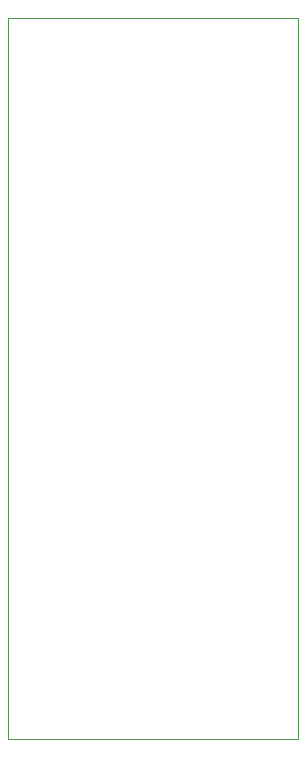
<source format=gbr>
%TF.GenerationSoftware,KiCad,Pcbnew,8.0.3*%
%TF.CreationDate,2024-09-04T20:20:35-04:00*%
%TF.ProjectId,SensorBoardNoMCU,53656e73-6f72-4426-9f61-72644e6f4d43,rev?*%
%TF.SameCoordinates,Original*%
%TF.FileFunction,Profile,NP*%
%FSLAX46Y46*%
G04 Gerber Fmt 4.6, Leading zero omitted, Abs format (unit mm)*
G04 Created by KiCad (PCBNEW 8.0.3) date 2024-09-04 20:20:35*
%MOMM*%
%LPD*%
G01*
G04 APERTURE LIST*
%TA.AperFunction,Profile*%
%ADD10C,0.050000*%
%TD*%
G04 APERTURE END LIST*
D10*
X87400000Y-43000000D02*
X112000000Y-43000000D01*
X112000000Y-104000000D01*
X87400000Y-104000000D01*
X87400000Y-43000000D01*
M02*

</source>
